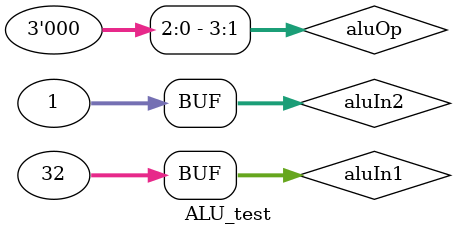
<source format=sv>
`timescale 1ns / 1ps


`include "..\\..\\sources_1\\new\\DEFINES.vinc"

module ALU_test();

    reg [3:0] aluOp = ALU_ADD;
    reg [31:0] aluIn1;
    reg [31:0] aluIn2;
    wire [31:0] aluOut;
    wire EQ;
    wire LT;
    wire LTU;
    
    initial begin
    #10; aluOp = ALU_ADD; aluIn1 = 0; aluIn2 = 32;
    #10; aluOp = ALU_SUB; aluIn1 = 0; aluIn2 = 32;
    #10; aluOp = ALU_SLL; aluIn1 = 32; aluIn2 = 1;
    end
    
    ALU alu(
        .op(aluOp),
        .aluIn1(aluIn1),
        .aluIn2(aluIn2),
        .aluOut(aluOut),
        .EQ(EQ),
        .LT(LT),
        .LTU(LTU)
    );
    

endmodule

</source>
